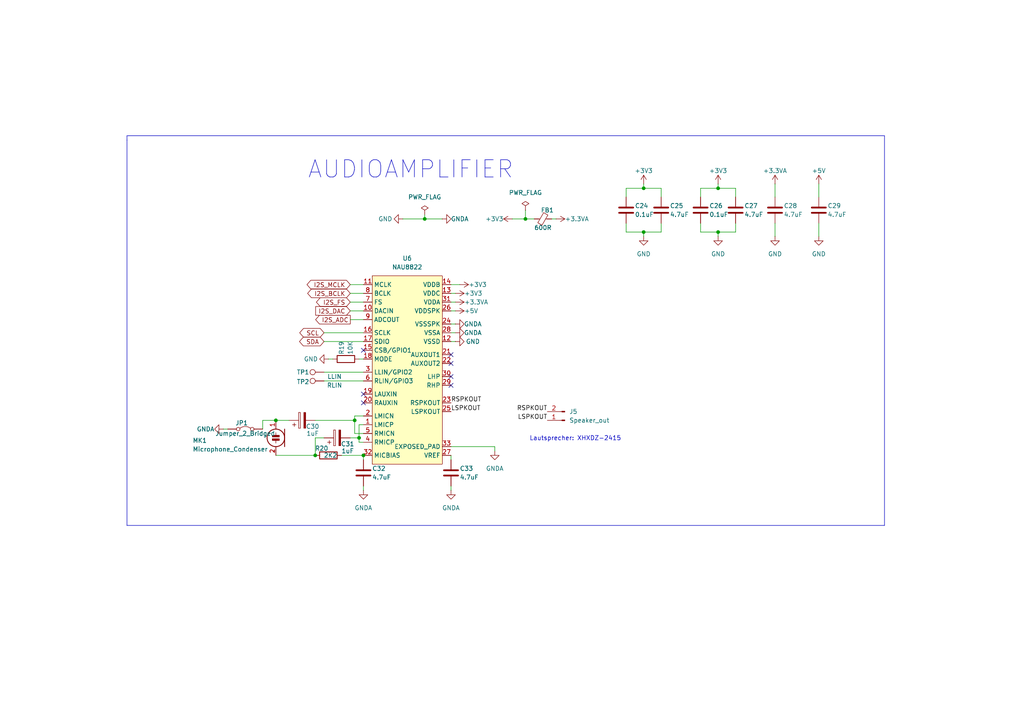
<source format=kicad_sch>
(kicad_sch (version 20250114) (generator "eeschema") (generator_version "9.0")
  (paper "A4")
  (lib_symbols
    (symbol "Connector:Conn_01x02_Pin" (pin_names (offset 1.016) (hide yes))
      (property "Reference" "J" (at 0 2.54 0))
      (property "Value" "Conn_01x02_Pin" (at 0 -5.08 0))
      (symbol "Conn_01x02_Pin_1_1"
        (rectangle (start 0.8636 0.127) (end 0 -0.127) (stroke (width 0.1524)) (fill (type outline)))
        (rectangle (start 0.8636 -2.413) (end 0 -2.667) (stroke (width 0.1524)) (fill (type outline)))
        (polyline (pts (xy 1.27 0) (xy 0.8636 0)) (stroke (width 0.1524)))
        (polyline (pts (xy 1.27 -2.54) (xy 0.8636 -2.54)) (stroke (width 0.1524)))
        (pin passive line (at 5.08 0 180) (length 3.81) (name "Pin_1") (number "1"))
        (pin passive line (at 5.08 -2.54 180) (length 3.81) (name "Pin_2") (number "2"))
      )
    )
    (symbol "Connector:TestPoint" (pin_numbers (hide yes)) (pin_names (offset 0.762) (hide yes))
      (property "Reference" "TP" (at 0 6.858 0))
      (property "Value" "TestPoint" (at 0 5.08 0))
      (symbol "TestPoint_0_1"
        (circle (center 0 3.302) (radius 0.762))
      )
      (symbol "TestPoint_1_1"
        (pin passive line (at 0 0 90) (length 2.54) (name "1") (number "1"))
      )
    )
    (symbol "Device:C" (pin_numbers (hide yes)) (pin_names (offset 0.254))
      (property "Reference" "C" (at 0.635 2.54 0))
      (property "Value" "C" (at 0.635 -2.54 0))
      (symbol "C_0_1"
        (polyline (pts (xy -2.032 0.762) (xy 2.032 0.762)) (stroke (width 0.508)))
        (polyline (pts (xy -2.032 -0.762) (xy 2.032 -0.762)) (stroke (width 0.508)))
      )
      (symbol "C_1_1"
        (pin passive line (at 0 3.81 270) (length 2.794) (name "~") (number "1"))
        (pin passive line (at 0 -3.81 90) (length 2.794) (name "~") (number "2"))
      )
    )
    (symbol "Device:C_Polarized" (pin_numbers (hide yes)) (pin_names (offset 0.254))
      (property "Reference" "C" (at 0.635 2.54 0))
      (property "Value" "C_Polarized" (at 0.635 -2.54 0))
      (symbol "C_Polarized_0_1"
        (rectangle (start -2.286 0.508) (end 2.286 1.016))
        (polyline (pts (xy -1.778 2.286) (xy -0.762 2.286)))
        (polyline (pts (xy -1.27 2.794) (xy -1.27 1.778)))
        (rectangle (start 2.286 -0.508) (end -2.286 -1.016) (fill (type outline)))
      )
      (symbol "C_Polarized_1_1"
        (pin passive line (at 0 3.81 270) (length 2.794) (name "~") (number "1"))
        (pin passive line (at 0 -3.81 90) (length 2.794) (name "~") (number "2"))
      )
    )
    (symbol "Device:FerriteBead_Small" (pin_numbers (hide yes)) (pin_names (offset 0))
      (property "Reference" "FB" (at 1.905 1.27 0))
      (property "Value" "FerriteBead_Small" (at 1.905 -1.27 0))
      (symbol "FerriteBead_Small_0_1"
        (polyline (pts (xy -1.8288 0.2794) (xy -1.1176 1.4986) (xy 1.8288 -0.2032) (xy 1.1176 -1.4224) (xy -1.8288 0.2794)))
        (polyline (pts (xy 0 0.889) (xy 0 1.2954)))
        (polyline (pts (xy 0 -1.27) (xy 0 -0.7874)))
      )
      (symbol "FerriteBead_Small_1_1"
        (pin passive line (at 0 2.54 270) (length 1.27) (name "~") (number "1"))
        (pin passive line (at 0 -2.54 90) (length 1.27) (name "~") (number "2"))
      )
    )
    (symbol "Device:Microphone_Condenser" (pin_names (offset 0.0254) (hide yes))
      (property "Reference" "MK" (at -3.302 1.27 0))
      (property "Value" "Microphone_Condenser" (at -3.302 -0.635 0))
      (symbol "Microphone_Condenser_0_1"
        (polyline (pts (xy -2.54 2.54) (xy -2.54 -2.54)) (stroke (width 0.254)))
        (polyline (pts (xy 0 0.762) (xy 0 1.524)))
        (circle (center 0 0) (radius 2.54) (stroke (width 0.254)))
        (polyline (pts (xy 0 -0.762) (xy 0 -1.524)))
        (polyline (pts (xy 0.254 3.81) (xy 0.762 3.81)))
        (polyline (pts (xy 0.508 4.064) (xy 0.508 3.556)))
        (rectangle (start 1.016 0.762) (end -1.016 0.254) (fill (type outline)))
        (rectangle (start 1.016 -0.254) (end -1.016 -0.762) (fill (type outline)))
      )
      (symbol "Microphone_Condenser_1_1"
        (pin passive line (at 0 5.08 270) (length 2.54) (name "+") (number "2"))
        (pin passive line (at 0 -5.08 90) (length 2.54) (name "-") (number "1"))
      )
    )
    (symbol "Device:R" (pin_numbers (hide yes)) (pin_names (offset 0))
      (property "Reference" "R" (at 2.032 0 90))
      (property "Value" "R" (at 0 0 90))
      (symbol "R_0_1"
        (rectangle (start -1.016 -2.54) (end 1.016 2.54) (stroke (width 0.254)))
      )
      (symbol "R_1_1"
        (pin passive line (at 0 3.81 270) (length 1.27) (name "~") (number "1"))
        (pin passive line (at 0 -3.81 90) (length 1.27) (name "~") (number "2"))
      )
    )
    (symbol "Jumper:Jumper_2_Bridged" (pin_numbers (hide yes)) (pin_names (offset 0) (hide yes)) (exclude_from_sim yes)
      (property "Reference" "JP" (at 0 1.905 0))
      (property "Value" "Jumper_2_Bridged" (at 0 -2.54 0))
      (symbol "Jumper_2_Bridged_0_0"
        (circle (center -2.032 0) (radius 0.508))
        (circle (center 2.032 0) (radius 0.508))
      )
      (symbol "Jumper_2_Bridged_0_1"
        (arc (start -1.524 0.254) (mid 0 0.762) (end 1.524 0.254))
      )
      (symbol "Jumper_2_Bridged_1_1"
        (pin passive line (at -5.08 0 0) (length 2.54) (name "A") (number "1"))
        (pin passive line (at 5.08 0 180) (length 2.54) (name "B") (number "2"))
      )
    )
    (symbol "liebler_SEMICONDUCTORS:NAU88C22"
      (property "Reference" "U" (at 0 29.464 0))
      (symbol "NAU88C22_1_1"
        (rectangle (start -10.16 27.94) (end 10.16 -26.67) (fill (type background)))
        (pin input line (at -12.7 25.4 0) (length 2.54) (name "MCLK") (number "11"))
        (pin bidirectional line (at -12.7 22.86 0) (length 2.54) (name "BCLK") (number "8"))
        (pin bidirectional line (at -12.7 20.32 0) (length 2.54) (name "FS") (number "7"))
        (pin input line (at -12.7 17.78 0) (length 2.54) (name "DACIN") (number "10"))
        (pin output line (at -12.7 15.24 0) (length 2.54) (name "ADCOUT") (number "9"))
        (pin input line (at -12.7 11.43 0) (length 2.54) (name "SCLK") (number "16"))
        (pin input line (at -12.7 8.89 0) (length 2.54) (name "SDIO") (number "17"))
        (pin bidirectional line (at -12.7 6.35 0) (length 2.54) (name "CSB/GPIO1") (number "15"))
        (pin input line (at -12.7 3.81 0) (length 2.54) (name "MODE") (number "18"))
        (pin bidirectional line (at -12.7 0 0) (length 2.54) (name "LLIN/GPIO2") (number "3"))
        (pin bidirectional line (at -12.7 -2.54 0) (length 2.54) (name "RLIN/GPIO3") (number "6"))
        (pin input line (at -12.7 -6.35 0) (length 2.54) (name "LAUXIN") (number "19"))
        (pin input line (at -12.7 -8.89 0) (length 2.54) (name "RAUXIN") (number "20"))
        (pin input line (at -12.7 -12.7 0) (length 2.54) (name "LMICN") (number "2"))
        (pin input line (at -12.7 -15.24 0) (length 2.54) (name "LMICP") (number "1"))
        (pin input line (at -12.7 -17.78 0) (length 2.54) (name "RMICN") (number "5"))
        (pin input line (at -12.7 -20.32 0) (length 2.54) (name "RMICP") (number "4"))
        (pin input line (at -12.7 -24.13 0) (length 2.54) (name "MICBIAS") (number "32"))
        (pin power_in line (at 12.7 25.4 180) (length 2.54) (name "VDDB") (number "14"))
        (pin power_in line (at 12.7 22.86 180) (length 2.54) (name "VDDC") (number "13"))
        (pin power_in line (at 12.7 20.32 180) (length 2.54) (name "VDDA") (number "31"))
        (pin power_in line (at 12.7 17.78 180) (length 2.54) (name "VDDSPK") (number "26"))
        (pin power_in line (at 12.7 13.97 180) (length 2.54) (name "VSSSPK") (number "24"))
        (pin power_in line (at 12.7 11.43 180) (length 2.54) (name "VSSA") (number "28"))
        (pin power_in line (at 12.7 8.89 180) (length 2.54) (name "VSSD") (number "12"))
        (pin output line (at 12.7 5.08 180) (length 2.54) (name "AUXOUT1") (number "21"))
        (pin output line (at 12.7 2.54 180) (length 2.54) (name "AUXOUT2") (number "22"))
        (pin output line (at 12.7 -1.27 180) (length 2.54) (name "LHP") (number "30"))
        (pin output line (at 12.7 -3.81 180) (length 2.54) (name "RHP") (number "29"))
        (pin output line (at 12.7 -8.89 180) (length 2.54) (name "RSPKOUT") (number "23"))
        (pin output line (at 12.7 -11.43 180) (length 2.54) (name "LSPKOUT") (number "25"))
        (pin passive line (at 12.7 -21.59 180) (length 2.54) (name "EXPOSED_PAD") (number "33"))
        (pin power_out line (at 12.7 -24.13 180) (length 2.54) (name "VREF") (number "27"))
      )
    )
    (symbol "power:+3V3" (power) (pin_numbers (hide yes)) (pin_names (offset 0) (hide yes))
      (property "Value" "+3V3" (at 0 3.556 0))
      (symbol "+3V3_0_1"
        (polyline (pts (xy -0.762 1.27) (xy 0 2.54)))
        (polyline (pts (xy 0 2.54) (xy 0.762 1.27)))
        (polyline (pts (xy 0 0) (xy 0 2.54)))
      )
      (symbol "+3V3_1_1"
        (pin power_in line (at 0 0 90) (length 0) (name "~") (number "1"))
      )
    )
    (symbol "power:GND" (power) (pin_numbers (hide yes)) (pin_names (offset 0) (hide yes))
      (property "Value" "GND" (at 0 -3.81 0))
      (symbol "GND_0_1"
        (polyline (pts (xy 0 0) (xy 0 -1.27) (xy 1.27 -1.27) (xy 0 -2.54) (xy -1.27 -1.27) (xy 0 -1.27)))
      )
      (symbol "GND_1_1"
        (pin power_in line (at 0 0 270) (length 0) (name "~") (number "1"))
      )
    )
    (symbol "power:GNDA" (power) (pin_numbers (hide yes)) (pin_names (offset 0) (hide yes))
      (property "Value" "GNDA" (at 0 -3.81 0))
      (symbol "GNDA_0_1"
        (polyline (pts (xy 0 0) (xy 0 -1.27) (xy 1.27 -1.27) (xy 0 -2.54) (xy -1.27 -1.27) (xy 0 -1.27)))
      )
      (symbol "GNDA_1_1"
        (pin power_in line (at 0 0 270) (length 0) (name "~") (number "1"))
      )
    )
    (symbol "power:PWR_FLAG" (power) (pin_numbers (hide yes)) (pin_names (offset 0) (hide yes))
      (property "Value" "PWR_FLAG" (at 0 3.81 0))
      (symbol "PWR_FLAG_0_0"
        (pin power_out line (at 0 0 90) (length 0) (name "~") (number "1"))
      )
      (symbol "PWR_FLAG_0_1"
        (polyline (pts (xy 0 0) (xy 0 1.27) (xy -1.016 1.905) (xy 0 2.54) (xy 1.016 1.905) (xy 0 1.27)))
      )
    )
  )
  (text "Lautsprecher: XHXDZ-2415" (at 166.878 127.254 0) (effects (font (size 1.27 1.27))))
  (text "AUDIOAMPLIFIER\n" (at 119.126 49.276 0) (effects (font (size 5 5))))
  (junction (at 105.41 132.08))
  (junction (at 208.28 54.61))
  (junction (at 102.87 121.92))
  (junction (at 91.44 132.08))
  (junction (at 186.69 67.31))
  (junction (at 152.4 63.5))
  (junction (at 104.14 127))
  (junction (at 208.28 67.31))
  (junction (at 123.19 63.5))
  (junction (at 80.01 121.92))
  (junction (at 186.69 54.61))
  (no_connect (at 105.41 114.3))
  (no_connect (at 130.81 109.22))
  (no_connect (at 130.81 102.87))
  (no_connect (at 105.41 116.84))
  (no_connect (at 130.81 111.76))
  (no_connect (at 105.41 101.6))
  (no_connect (at 130.81 105.41))
  (wire (pts (xy 203.2 54.61) (xy 208.28 54.61)))
  (polyline (pts (xy 256.54 152.4) (xy 256.54 39.37)))
  (wire (pts (xy 130.81 85.09) (xy 132.08 85.09)))
  (wire (pts (xy 93.98 96.52) (xy 105.41 96.52)))
  (wire (pts (xy 105.41 120.65) (xy 102.87 120.65)))
  (wire (pts (xy 80.01 132.08) (xy 91.44 132.08)))
  (wire (pts (xy 102.87 125.73) (xy 105.41 125.73)))
  (wire (pts (xy 101.6 85.09) (xy 105.41 85.09)))
  (wire (pts (xy 123.19 63.5) (xy 123.19 62.23)))
  (wire (pts (xy 104.14 127) (xy 104.14 128.27)))
  (wire (pts (xy 186.69 67.31) (xy 191.77 67.31)))
  (wire (pts (xy 101.6 87.63) (xy 105.41 87.63)))
  (wire (pts (xy 143.51 129.54) (xy 143.51 130.81)))
  (wire (pts (xy 91.44 127) (xy 93.98 127)))
  (wire (pts (xy 237.49 64.77) (xy 237.49 68.58)))
  (wire (pts (xy 208.28 67.31) (xy 213.36 67.31)))
  (wire (pts (xy 191.77 67.31) (xy 191.77 64.77)))
  (wire (pts (xy 130.81 96.52) (xy 132.08 96.52)))
  (wire (pts (xy 105.41 132.08) (xy 105.41 133.35)))
  (polyline (pts (xy 36.83 40.64) (xy 36.83 152.4)))
  (wire (pts (xy 148.59 63.5) (xy 152.4 63.5)))
  (wire (pts (xy 104.14 104.14) (xy 105.41 104.14)))
  (wire (pts (xy 186.69 67.31) (xy 186.69 68.58)))
  (wire (pts (xy 130.81 132.08) (xy 130.81 133.35)))
  (wire (pts (xy 76.2 121.92) (xy 76.2 124.46)))
  (wire (pts (xy 64.77 124.46) (xy 66.04 124.46)))
  (wire (pts (xy 104.14 128.27) (xy 105.41 128.27)))
  (wire (pts (xy 181.61 67.31) (xy 186.69 67.31)))
  (wire (pts (xy 203.2 64.77) (xy 203.2 67.31)))
  (wire (pts (xy 102.87 121.92) (xy 102.87 125.73)))
  (wire (pts (xy 104.14 123.19) (xy 104.14 127)))
  (wire (pts (xy 130.81 99.06) (xy 132.08 99.06)))
  (polyline (pts (xy 36.83 152.4) (xy 256.54 152.4)))
  (wire (pts (xy 101.6 90.17) (xy 105.41 90.17)))
  (wire (pts (xy 91.44 127) (xy 91.44 132.08)))
  (wire (pts (xy 116.84 63.5) (xy 123.19 63.5)))
  (wire (pts (xy 130.81 140.97) (xy 130.81 142.24)))
  (wire (pts (xy 181.61 64.77) (xy 181.61 67.31)))
  (polyline (pts (xy 256.54 39.37) (xy 36.83 39.37)))
  (wire (pts (xy 203.2 67.31) (xy 208.28 67.31)))
  (wire (pts (xy 130.81 87.63) (xy 132.08 87.63)))
  (wire (pts (xy 93.98 107.95) (xy 105.41 107.95)))
  (wire (pts (xy 102.87 120.65) (xy 102.87 121.92)))
  (wire (pts (xy 130.81 82.55) (xy 133.35 82.55)))
  (wire (pts (xy 80.01 121.92) (xy 76.2 121.92)))
  (wire (pts (xy 181.61 54.61) (xy 186.69 54.61)))
  (wire (pts (xy 95.25 104.14) (xy 96.52 104.14)))
  (wire (pts (xy 130.81 93.98) (xy 132.08 93.98)))
  (wire (pts (xy 101.6 127) (xy 104.14 127)))
  (wire (pts (xy 105.41 140.97) (xy 105.41 142.24)))
  (wire (pts (xy 101.6 82.55) (xy 105.41 82.55)))
  (wire (pts (xy 191.77 54.61) (xy 191.77 57.15)))
  (wire (pts (xy 181.61 57.15) (xy 181.61 54.61)))
  (wire (pts (xy 213.36 67.31) (xy 213.36 64.77)))
  (wire (pts (xy 130.81 129.54) (xy 143.51 129.54)))
  (wire (pts (xy 123.19 63.5) (xy 128.27 63.5)))
  (wire (pts (xy 224.79 53.34) (xy 224.79 57.15)))
  (wire (pts (xy 186.69 54.61) (xy 191.77 54.61)))
  (wire (pts (xy 105.41 123.19) (xy 104.14 123.19)))
  (wire (pts (xy 93.98 99.06) (xy 105.41 99.06)))
  (wire (pts (xy 208.28 67.31) (xy 208.28 68.58)))
  (wire (pts (xy 130.81 90.17) (xy 132.08 90.17)))
  (wire (pts (xy 101.6 92.71) (xy 105.41 92.71)))
  (wire (pts (xy 152.4 60.96) (xy 152.4 63.5)))
  (wire (pts (xy 186.69 53.34) (xy 186.69 54.61)))
  (wire (pts (xy 152.4 63.5) (xy 154.94 63.5)))
  (wire (pts (xy 203.2 57.15) (xy 203.2 54.61)))
  (wire (pts (xy 208.28 54.61) (xy 213.36 54.61)))
  (wire (pts (xy 213.36 54.61) (xy 213.36 57.15)))
  (wire (pts (xy 160.02 63.5) (xy 161.29 63.5)))
  (wire (pts (xy 99.06 132.08) (xy 105.41 132.08)))
  (wire (pts (xy 93.98 110.49) (xy 105.41 110.49)))
  (wire (pts (xy 208.28 53.34) (xy 208.28 54.61)))
  (wire (pts (xy 91.44 121.92) (xy 102.87 121.92)))
  (wire (pts (xy 224.79 64.77) (xy 224.79 68.58)))
  (wire (pts (xy 237.49 53.34) (xy 237.49 57.15)))
  (polyline (pts (xy 36.83 39.37) (xy 36.83 40.64)))
  (wire (pts (xy 80.01 121.92) (xy 83.82 121.92)))
  (label "RSPKOUT" (at 130.81 116.84 0))
  (label "LSPKOUT" (at 130.81 119.38 0))
  (label "LSPKOUT" (at 158.75 121.92 180))
  (label "RSPKOUT" (at 158.75 119.38 180))
  (global_label "SCL" (shape bidirectional) (at 93.98 96.52 180) (property "Intersheetrefs" "${INTERSHEET_REFS}" (effects (hide yes))))
  (global_label "I2S_FS" (shape bidirectional) (at 101.6 87.63 180) (property "Intersheetrefs" "${INTERSHEET_REFS}" (effects (hide yes))))
  (global_label "I2S_ADC" (shape output) (at 101.6 92.71 180) (property "Intersheetrefs" "${INTERSHEET_REFS}" (effects (hide yes))))
  (global_label "SDA" (shape bidirectional) (at 93.98 99.06 180) (property "Intersheetrefs" "${INTERSHEET_REFS}" (effects (hide yes))))
  (global_label "I2S_DAC" (shape input) (at 101.6 90.17 180) (property "Intersheetrefs" "${INTERSHEET_REFS}" (effects (hide yes))))
  (global_label "I2S_MCLK" (shape bidirectional) (at 101.6 82.55 180) (property "Intersheetrefs" "${INTERSHEET_REFS}" (effects (hide yes))))
  (global_label "I2S_BCLK" (shape bidirectional) (at 101.6 85.09 180) (property "Intersheetrefs" "${INTERSHEET_REFS}" (effects (hide yes))))
  (symbol (lib_id "Jumper:Jumper_2_Bridged") (at 71.12 124.46 0) (unit 1) (exclude_from_sim yes)
    (property "Reference" "JP1" (at 70.104 122.682 0))
    (property "Value" "Jumper_2_Bridged" (at 71.12 125.73 0))
    (property "Footprint" "Jumper:SolderJumper-2_P1.3mm_Bridged2Bar_RoundedPad1.0x1.5mm" (effects (hide yes)))
    (property "Description" "Jumper, 2-pole, closed/bridged" (effects (hide yes)))
  )
  (symbol (lib_id "power:+3V3") (at 186.69 53.34 0) (unit 1)
    (property "Reference" "#PWR0104" (effects (hide yes)))
    (property "Value" "+3V3" (at 186.69 49.53 0))
    (property "Description" "Power symbol creates a global label with name \"+3V3\"" (effects (hide yes)))
  )
  (symbol (lib_id "power:+3V3") (at 132.08 90.17 270) (unit 1)
    (property "Reference" "#PWR019" (effects (hide yes)))
    (property "Value" "+5V" (at 134.62 90.17 90) (effects (justify left)))
    (property "Description" "Power symbol creates a global label with name \"+3V3\"" (effects (hide yes)))
  )
  (symbol (lib_id "Device:FerriteBead_Small") (at 157.48 63.5 90) (unit 1)
    (property "Reference" "FB1" (at 158.75 60.96 90))
    (property "Value" "600R" (at 157.48 66.04 90))
    (property "Footprint" "Inductor_SMD:L_0603_1608Metric" (effects (hide yes)))
    (property "Description" "Ferrite bead, small symbol" (effects (hide yes)))
  )
  (symbol (lib_id "liebler_SEMICONDUCTORS:NAU88C22") (at 118.11 107.95 0) (unit 1)
    (property "Reference" "U6" (at 118.11 74.93 0))
    (property "Value" "NAU8822" (at 118.11 77.47 0))
    (property "Footprint" "Package_DFN_QFN:QFN-32-1EP_5x5mm_P0.5mm_EP3.6x3.6mm_ThermalVias" (effects (hide yes)))
  )
  (symbol (lib_id "Device:C") (at 191.77 60.96 0) (unit 1)
    (property "Reference" "C25" (at 194.31 59.69 0) (effects (justify left)))
    (property "Value" "4.7uF" (at 194.31 62.23 0) (effects (justify left)))
    (property "Footprint" "Capacitor_SMD:C_0402_1005Metric" (effects (hide yes)))
    (property "Description" "Unpolarized capacitor" (effects (hide yes)))
  )
  (symbol (lib_id "power:GNDA") (at 64.77 124.46 270) (unit 1)
    (property "Reference" "#PWR030" (effects (hide yes)))
    (property "Value" "GNDA" (at 62.23 124.4599 90) (effects (justify right)))
    (property "Description" "Power symbol creates a global label with name \"GNDA\" , analog ground" (effects (hide yes)))
  )
  (symbol (lib_id "power:+3V3") (at 133.35 82.55 270) (unit 1)
    (property "Reference" "#PWR045" (effects (hide yes)))
    (property "Value" "+3V3" (at 135.89 82.55 90) (effects (justify left)))
    (property "Description" "Power symbol creates a global label with name \"+3V3\"" (effects (hide yes)))
  )
  (symbol (lib_id "Device:R") (at 100.33 104.14 90) (unit 1)
    (property "Reference" "R19" (at 99.06 102.87 0) (effects (justify left)))
    (property "Value" "10K" (at 101.6 102.87 0) (effects (justify left)))
    (property "Footprint" "Resistor_SMD:R_0201_0603Metric" (effects (hide yes)))
    (property "Description" "Resistor" (effects (hide yes)))
  )
  (symbol (lib_id "Connector:Conn_01x02_Pin") (at 163.83 121.92 180) (unit 1)
    (property "Reference" "J5" (at 165.1 119.3799 0) (effects (justify right)))
    (property "Value" "Speaker_out" (at 165.1 121.9199 0) (effects (justify right)))
    (property "Footprint" "SolderPads:SolderPads_2mm_2" (effects (hide yes)))
    (property "Description" "Generic connector, single row, 01x02, script generated" (effects (hide yes)))
  )
  (symbol (lib_id "power:GNDA") (at 128.27 63.5 90) (unit 1)
    (property "Reference" "#PWR032" (effects (hide yes)))
    (property "Value" "GNDA" (at 133.35 63.5 90))
    (property "Description" "Power symbol creates a global label with name \"GNDA\" , analog ground" (effects (hide yes)))
  )
  (symbol (lib_id "power:GND") (at 208.28 68.58 0) (unit 1)
    (property "Reference" "#PWR07" (effects (hide yes)))
    (property "Value" "GND" (at 208.28 73.66 0))
    (property "Description" "Power symbol creates a global label with name \"GND\" , ground" (effects (hide yes)))
  )
  (symbol (lib_id "Connector:TestPoint") (at 93.98 107.95 90) (unit 1)
    (property "Reference" "TP1" (at 87.884 107.95 90))
    (property "Value" "LLIN" (at 97.028 109.22 90))
    (property "Footprint" "TestPoint:TestPoint_Pad_D2.0mm" (effects (hide yes)))
    (property "Description" "test point" (effects (hide yes)))
  )
  (symbol (lib_id "Device:C") (at 105.41 137.16 0) (unit 1)
    (property "Reference" "C32" (at 107.95 135.89 0) (effects (justify left)))
    (property "Value" "4.7uF" (at 107.95 138.43 0) (effects (justify left)))
    (property "Footprint" "Capacitor_SMD:C_0402_1005Metric" (effects (hide yes)))
    (property "Description" "Unpolarized capacitor" (effects (hide yes)))
  )
  (symbol (lib_id "Device:C_Polarized") (at 87.63 121.92 90) (unit 1)
    (property "Reference" "C30" (at 90.678 123.698 90))
    (property "Value" "1uF" (at 90.678 125.73 90))
    (property "Footprint" "Capacitor_Tantalum_SMD:CP_EIA-2012-12_Kemet-R" (effects (hide yes)))
    (property "Description" "Polarized capacitor" (effects (hide yes)))
  )
  (symbol (lib_id "power:+3V3") (at 132.08 85.09 270) (unit 1)
    (property "Reference" "#PWR018" (effects (hide yes)))
    (property "Value" "+3V3" (at 134.62 85.09 90) (effects (justify left)))
    (property "Description" "Power symbol creates a global label with name \"+3V3\"" (effects (hide yes)))
  )
  (symbol (lib_id "power:GND") (at 186.69 68.58 0) (unit 1)
    (property "Reference" "#PWR0103" (effects (hide yes)))
    (property "Value" "GND" (at 186.69 73.66 0))
    (property "Description" "Power symbol creates a global label with name \"GND\" , ground" (effects (hide yes)))
  )
  (symbol (lib_id "power:GND") (at 237.49 68.58 0) (unit 1)
    (property "Reference" "#PWR011" (effects (hide yes)))
    (property "Value" "GND" (at 237.49 73.66 0))
    (property "Description" "Power symbol creates a global label with name \"GND\" , ground" (effects (hide yes)))
  )
  (symbol (lib_id "power:+3V3") (at 161.29 63.5 270) (unit 1)
    (property "Reference" "#PWR022" (effects (hide yes)))
    (property "Value" "+3.3VA" (at 163.83 63.5 90) (effects (justify left)))
    (property "Description" "Power symbol creates a global label with name \"+3V3\"" (effects (hide yes)))
  )
  (symbol (lib_id "Device:Microphone_Condenser") (at 80.01 127 180) (unit 1)
    (property "Reference" "MK1" (at 55.88 127.762 0) (effects (justify right)))
    (property "Value" "Microphone_Condenser" (at 55.88 130.302 0) (effects (justify right)))
    (property "Footprint" "Sensor_Audio:POM-2244P-C3310-2-R" (effects (hide yes)))
    (property "Description" "Condenser microphone" (effects (hide yes)))
  )
  (symbol (lib_id "power:PWR_FLAG") (at 152.4 60.96 0) (unit 1)
    (property "Reference" "#FLG0101" (effects (hide yes)))
    (property "Value" "PWR_FLAG" (at 152.4 55.88 0))
    (property "Description" "Special symbol for telling ERC where power comes from" (effects (hide yes)))
  )
  (symbol (lib_id "Device:C") (at 181.61 60.96 0) (unit 1)
    (property "Reference" "C24" (at 184.15 59.69 0) (effects (justify left)))
    (property "Value" "0.1uF" (at 184.15 62.23 0) (effects (justify left)))
    (property "Footprint" "Capacitor_SMD:C_0402_1005Metric" (effects (hide yes)))
    (property "Description" "Unpolarized capacitor" (effects (hide yes)))
  )
  (symbol (lib_id "Connector:TestPoint") (at 93.98 110.49 90) (unit 1)
    (property "Reference" "TP2" (at 87.884 110.744 90))
    (property "Value" "RLIN" (at 97.028 111.76 90))
    (property "Footprint" "TestPoint:TestPoint_Pad_D2.0mm" (effects (hide yes)))
    (property "Description" "test point" (effects (hide yes)))
  )
  (symbol (lib_id "power:GND") (at 224.79 68.58 0) (unit 1)
    (property "Reference" "#PWR010" (effects (hide yes)))
    (property "Value" "GND" (at 224.79 73.66 0))
    (property "Description" "Power symbol creates a global label with name \"GND\" , ground" (effects (hide yes)))
  )
  (symbol (lib_id "power:+3V3") (at 208.28 53.34 0) (unit 1)
    (property "Reference" "#PWR06" (effects (hide yes)))
    (property "Value" "+3V3" (at 208.28 49.53 0))
    (property "Description" "Power symbol creates a global label with name \"+3V3\"" (effects (hide yes)))
  )
  (symbol (lib_id "power:+3V3") (at 132.08 87.63 270) (unit 1)
    (property "Reference" "#PWR020" (effects (hide yes)))
    (property "Value" "+3.3VA" (at 134.62 87.63 90) (effects (justify left)))
    (property "Description" "Power symbol creates a global label with name \"+3V3\"" (effects (hide yes)))
  )
  (symbol (lib_id "Device:C_Polarized") (at 97.79 127 90) (unit 1)
    (property "Reference" "C31" (at 100.838 128.778 90))
    (property "Value" "1uF" (at 100.838 130.81 90))
    (property "Footprint" "Capacitor_Tantalum_SMD:CP_EIA-2012-12_Kemet-R" (effects (hide yes)))
    (property "Description" "Polarized capacitor" (effects (hide yes)))
  )
  (symbol (lib_id "power:GNDA") (at 132.08 96.52 90) (unit 1)
    (property "Reference" "#PWR016" (effects (hide yes)))
    (property "Value" "GNDA" (at 137.16 96.52 90))
    (property "Description" "Power symbol creates a global label with name \"GNDA\" , analog ground" (effects (hide yes)))
  )
  (symbol (lib_id "Device:R") (at 95.25 132.08 90) (unit 1)
    (property "Reference" "R20" (at 95.25 130.048 90) (effects (justify left)))
    (property "Value" "2K2" (at 97.79 132.08 90) (effects (justify left)))
    (property "Footprint" "Resistor_SMD:R_0201_0603Metric" (effects (hide yes)))
    (property "Description" "Resistor" (effects (hide yes)))
  )
  (symbol (lib_id "power:+3V3") (at 224.79 53.34 0) (unit 1)
    (property "Reference" "#PWR08" (effects (hide yes)))
    (property "Value" "+3.3VA" (at 224.79 49.53 0))
    (property "Description" "Power symbol creates a global label with name \"+3V3\"" (effects (hide yes)))
  )
  (symbol (lib_id "power:GNDA") (at 130.81 142.24 0) (unit 1)
    (property "Reference" "#PWR013" (effects (hide yes)))
    (property "Value" "GNDA" (at 130.81 147.32 0))
    (property "Description" "Power symbol creates a global label with name \"GNDA\" , analog ground" (effects (hide yes)))
  )
  (symbol (lib_id "power:+3V3") (at 148.59 63.5 90) (unit 1)
    (property "Reference" "#PWR021" (effects (hide yes)))
    (property "Value" "+3V3" (at 146.05 63.5 90) (effects (justify left)))
    (property "Description" "Power symbol creates a global label with name \"+3V3\"" (effects (hide yes)))
  )
  (symbol (lib_id "Device:C") (at 203.2 60.96 0) (unit 1)
    (property "Reference" "C26" (at 205.74 59.69 0) (effects (justify left)))
    (property "Value" "0.1uF" (at 205.74 62.23 0) (effects (justify left)))
    (property "Footprint" "Capacitor_SMD:C_0402_1005Metric" (effects (hide yes)))
    (property "Description" "Unpolarized capacitor" (effects (hide yes)))
  )
  (symbol (lib_id "Device:C") (at 237.49 60.96 0) (unit 1)
    (property "Reference" "C29" (at 240.03 59.69 0) (effects (justify left)))
    (property "Value" "4.7uF" (at 240.03 62.23 0) (effects (justify left)))
    (property "Footprint" "Capacitor_SMD:C_0402_1005Metric" (effects (hide yes)))
    (property "Description" "Unpolarized capacitor" (effects (hide yes)))
  )
  (symbol (lib_id "Device:C") (at 213.36 60.96 0) (unit 1)
    (property "Reference" "C27" (at 215.9 59.69 0) (effects (justify left)))
    (property "Value" "4.7uF" (at 215.9 62.23 0) (effects (justify left)))
    (property "Footprint" "Capacitor_SMD:C_0402_1005Metric" (effects (hide yes)))
    (property "Description" "Unpolarized capacitor" (effects (hide yes)))
  )
  (symbol (lib_id "power:GNDA") (at 95.25 104.14 270) (unit 1)
    (property "Reference" "#PWR029" (effects (hide yes)))
    (property "Value" "GND" (at 90.17 104.14 90))
    (property "Description" "Power symbol creates a global label with name \"GNDA\" , analog ground" (effects (hide yes)))
  )
  (symbol (lib_id "power:+3V3") (at 237.49 53.34 0) (unit 1)
    (property "Reference" "#PWR09" (effects (hide yes)))
    (property "Value" "+5V" (at 237.49 49.53 0))
    (property "Description" "Power symbol creates a global label with name \"+3V3\"" (effects (hide yes)))
  )
  (symbol (lib_id "power:GNDA") (at 132.08 93.98 90) (unit 1)
    (property "Reference" "#PWR015" (effects (hide yes)))
    (property "Value" "GNDA" (at 137.16 93.98 90))
    (property "Description" "Power symbol creates a global label with name \"GNDA\" , analog ground" (effects (hide yes)))
  )
  (symbol (lib_id "Device:C") (at 224.79 60.96 0) (unit 1)
    (property "Reference" "C28" (at 227.33 59.69 0) (effects (justify left)))
    (property "Value" "4.7uF" (at 227.33 62.23 0) (effects (justify left)))
    (property "Footprint" "Capacitor_SMD:C_0402_1005Metric" (effects (hide yes)))
    (property "Description" "Unpolarized capacitor" (effects (hide yes)))
  )
  (symbol (lib_id "power:GNDA") (at 143.51 130.81 0) (unit 1)
    (property "Reference" "#PWR014" (effects (hide yes)))
    (property "Value" "GNDA" (at 143.51 135.89 0))
    (property "Description" "Power symbol creates a global label with name \"GNDA\" , analog ground" (effects (hide yes)))
  )
  (symbol (lib_id "power:GNDA") (at 116.84 63.5 270) (unit 1)
    (property "Reference" "#PWR031" (effects (hide yes)))
    (property "Value" "GND" (at 111.76 63.5 90))
    (property "Description" "Power symbol creates a global label with name \"GNDA\" , analog ground" (effects (hide yes)))
  )
  (symbol (lib_id "Device:C") (at 130.81 137.16 0) (unit 1)
    (property "Reference" "C33" (at 133.35 135.89 0) (effects (justify left)))
    (property "Value" "4.7uF" (at 133.35 138.43 0) (effects (justify left)))
    (property "Footprint" "Capacitor_SMD:C_0402_1005Metric" (effects (hide yes)))
    (property "Description" "Unpolarized capacitor" (effects (hide yes)))
  )
  (symbol (lib_id "power:PWR_FLAG") (at 123.19 62.23 0) (unit 1)
    (property "Reference" "#FLG02" (effects (hide yes)))
    (property "Value" "PWR_FLAG" (at 123.19 57.15 0))
    (property "Description" "Special symbol for telling ERC where power comes from" (effects (hide yes)))
  )
  (symbol (lib_id "power:GNDA") (at 105.41 142.24 0) (unit 1)
    (property "Reference" "#PWR0102" (effects (hide yes)))
    (property "Value" "GNDA" (at 105.41 147.32 0))
    (property "Description" "Power symbol creates a global label with name \"GNDA\" , analog ground" (effects (hide yes)))
  )
  (symbol (lib_id "power:GNDA") (at 132.08 99.06 90) (unit 1)
    (property "Reference" "#PWR017" (effects (hide yes)))
    (property "Value" "GND" (at 137.16 99.06 90))
    (property "Description" "Power symbol creates a global label with name \"GNDA\" , analog ground" (effects (hide yes)))
  )
)
</source>
